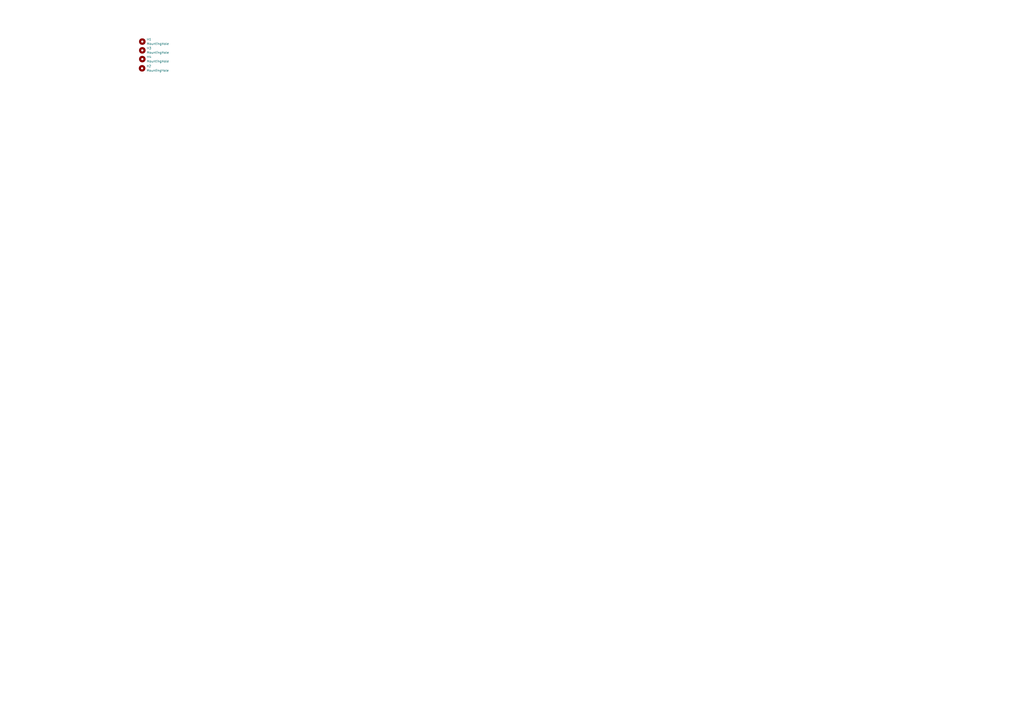
<source format=kicad_sch>
(kicad_sch (version 20231120) (generator "eeschema") (generator_version "8.0")
  (paper "A2")
  (lib_symbols
    (symbol "Mechanical:MountingHole" (pin_names (offset 1.016))
      (property "Reference" "H" (at 0 5.08 0))
      (property "Value" "MountingHole" (at 0 3.175 0))
      (symbol "MountingHole_0_1"
        (circle (center 0 0) (radius 1.27) (stroke (width 1.27)))
      )
    )
  )
  (symbol (lib_id "Mechanical:MountingHole") (at 82.55 34.29 0) (unit 1)
    (property "Reference" "H4" (at 85.09 33.0199 0) (effects (justify left)))
    (property "Value" "MountingHole" (at 85.09 35.5599 0) (effects (justify left)))
    (property "Footprint" "MountingHole:MountingHole_3.2mm_M3_DIN965_Pad_TopOnly" (effects (hide yes)))
  )
  (symbol (lib_id "Mechanical:MountingHole") (at 82.55 29.21 0) (unit 1)
    (property "Reference" "H3" (at 85.09 27.9399 0) (effects (justify left)))
    (property "Value" "MountingHole" (at 85.09 30.4799 0) (effects (justify left)))
    (property "Footprint" "MountingHole:MountingHole_3.2mm_M3_DIN965_Pad_TopOnly" (effects (hide yes)))
  )
  (symbol (lib_id "Mechanical:MountingHole") (at 82.55 24.13 0) (unit 1)
    (property "Reference" "H1" (at 85.09 22.8599 0) (effects (justify left)))
    (property "Value" "MountingHole" (at 85.09 25.3999 0) (effects (justify left)))
    (property "Footprint" "MountingHole:MountingHole_3.2mm_M3_DIN965_Pad_TopOnly" (effects (hide yes)))
  )
  (symbol (lib_id "Mechanical:MountingHole") (at 82.423 39.624 0) (unit 1)
    (property "Reference" "H2" (at 84.963 38.3539 0) (effects (justify left)))
    (property "Value" "MountingHole" (at 84.963 40.8939 0) (effects (justify left)))
    (property "Footprint" "MountingHole:MountingHole_3.2mm_M3_DIN965_Pad_TopOnly" (effects (hide yes)))
  )
)
</source>
